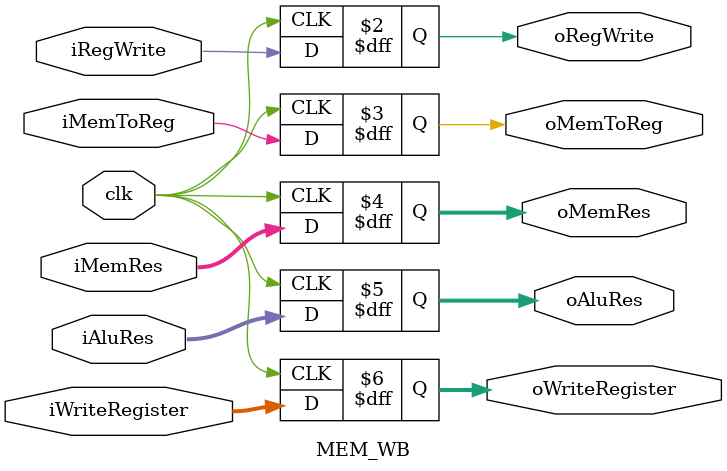
<source format=v>
module MEM_WB( 
    input clk,
    input iRegWrite,
    input iMemToReg,
    input [31:0] iMemRes,
    input [31:0] iAluRes,
    input [4:0] iWriteRegister,
    output reg oRegWrite,
    output reg oMemToReg,
    output reg [31:0] oMemRes,
    output reg [31:0] oAluRes,
    output reg [4:0] oWriteRegister
);

always @(posedge clk ) begin
    oRegWrite       <=iRegWrite;
    oMemToReg       <=iMemToReg;
    oMemRes         <=iMemRes;
    oAluRes         <=iAluRes;
    oWriteRegister  <=iWriteRegister;
end

endmodule
</source>
